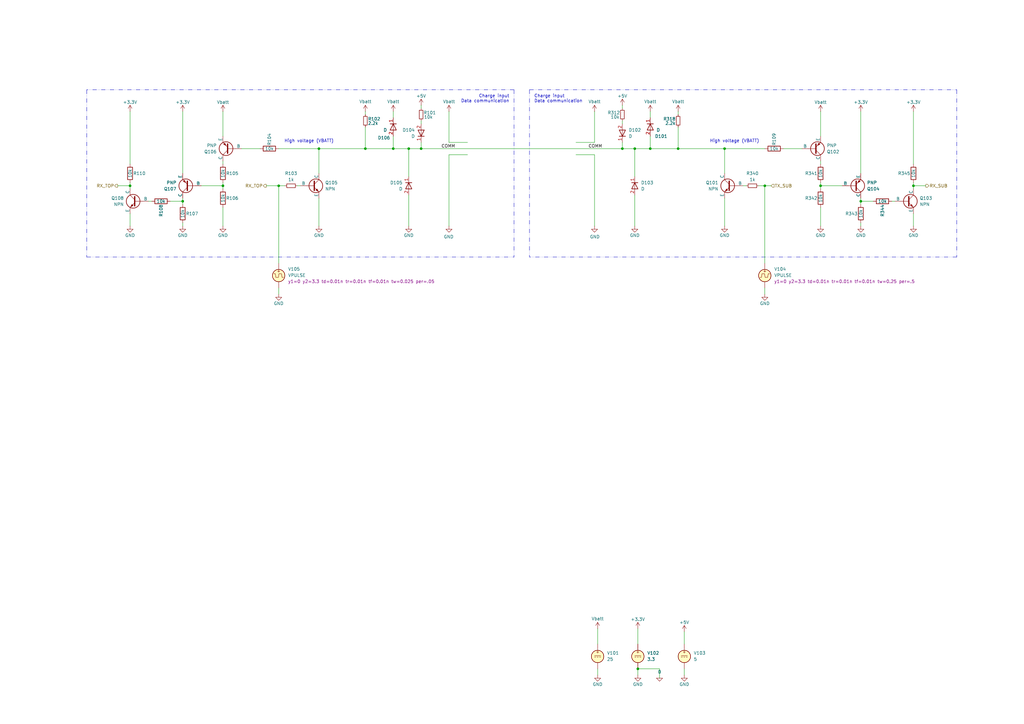
<source format=kicad_sch>
(kicad_sch (version 20250114) (generator "eeschema") (generator_version "9.0")
  (paper "A3")
  (lib_symbols
    (symbol "+3.3V_1" (power) (pin_numbers (hide yes)) (pin_names (offset 0) (hide yes))
      (property "Value" "+3.3V" (at 0 3.556 0))
      (symbol "+3.3V_1_0_1"
        (polyline (pts (xy -0.762 1.27) (xy 0 2.54)))
        (polyline (pts (xy 0 2.54) (xy 0.762 1.27)))
        (polyline (pts (xy 0 0) (xy 0 2.54)))
      )
      (symbol "+3.3V_1_1_1"
        (pin power_in line (at 0 0 90) (length 0) (name "~") (number "1"))
      )
    )
    (symbol "Device:R" (pin_numbers (hide yes)) (pin_names (offset 0))
      (property "Reference" "R" (at 2.032 0 90))
      (property "Value" "R" (at 0 0 90))
      (symbol "R_0_1"
        (rectangle (start -1.016 -2.54) (end 1.016 2.54) (stroke (width 0.254)))
      )
      (symbol "R_1_1"
        (pin passive line (at 0 3.81 270) (length 1.27) (name "~") (number "1"))
        (pin passive line (at 0 -3.81 90) (length 1.27) (name "~") (number "2"))
      )
    )
    (symbol "Device:R_Small" (pin_numbers (hide yes)) (pin_names (offset 0.254) (hide yes))
      (property "Reference" "R" (at 0.762 0.508 0))
      (property "Value" "R_Small" (at 0.762 -1.016 0))
      (symbol "R_Small_0_1"
        (rectangle (start -0.762 1.778) (end 0.762 -1.778) (stroke (width 0.2032)))
      )
      (symbol "R_Small_1_1"
        (pin passive line (at 0 2.54 270) (length 0.762) (name "~") (number "1"))
        (pin passive line (at 0 -2.54 90) (length 0.762) (name "~") (number "2"))
      )
    )
    (symbol "Simulation_SPICE:0" (power) (pin_numbers (hide yes)) (pin_names (offset 0) (hide yes))
      (property "Value" "0" (at 0 -2.54 0))
      (symbol "0_0_1"
        (polyline (pts (xy -1.27 0) (xy 0 -1.27) (xy 1.27 0) (xy -1.27 0)))
      )
      (symbol "0_1_1"
        (pin power_in line (at 0 0 0) (length 0) (name "~") (number "1"))
      )
    )
    (symbol "Simulation_SPICE:D" (pin_names (offset 1.016) (hide yes))
      (property "Reference" "D" (at 0 2.54 0))
      (property "Value" "D" (at 0 -2.54 0))
      (symbol "D_0_1"
        (polyline (pts (xy -1.27 1.27) (xy -1.27 -1.27)) (stroke (width 0.254)))
        (polyline (pts (xy 1.27 1.27) (xy 1.27 -1.27) (xy -1.27 0) (xy 1.27 1.27)) (stroke (width 0.254)))
        (polyline (pts (xy 1.27 0) (xy -1.27 0)))
      )
      (symbol "D_1_1"
        (pin passive line (at -3.81 0 0) (length 2.54) (name "K") (number "1"))
        (pin passive line (at 3.81 0 180) (length 2.54) (name "A") (number "2"))
      )
    )
    (symbol "Simulation_SPICE:NPN" (pin_numbers (hide yes)) (pin_names (offset 0))
      (property "Reference" "Q" (at -2.54 7.62 0))
      (property "Value" "NPN" (at -2.54 5.08 0))
      (symbol "NPN_0_1"
        (polyline (pts (xy -2.54 0) (xy 0.635 0)) (stroke (width 0.1524)))
        (polyline (pts (xy 0.635 1.905) (xy 0.635 -1.905) (xy 0.635 -1.905)) (stroke (width 0.508)))
        (polyline (pts (xy 0.635 0.635) (xy 2.54 2.54)))
        (polyline (pts (xy 0.635 -0.635) (xy 2.54 -2.54) (xy 2.54 -2.54)))
        (circle (center 1.27 0) (radius 2.8194) (stroke (width 0.254)))
        (polyline (pts (xy 1.27 -1.778) (xy 1.778 -1.27) (xy 2.286 -2.286) (xy 1.27 -1.778) (xy 1.27 -1.778)) (fill (type outline)))
        (polyline (pts (xy 2.794 -1.27) (xy 2.794 -1.27)) (stroke (width 0.1524)))
        (polyline (pts (xy 2.794 -1.27) (xy 2.794 -1.27)) (stroke (width 0.1524)))
      )
      (symbol "NPN_1_1"
        (pin input line (at -5.08 0 0) (length 2.54) (name "B") (number "2"))
        (pin open_collector line (at 2.54 5.08 270) (length 2.54) (name "C") (number "1"))
        (pin open_emitter line (at 2.54 -5.08 90) (length 2.54) (name "E") (number "3"))
      )
    )
    (symbol "Simulation_SPICE:PNP" (pin_numbers (hide yes)) (pin_names (offset 0))
      (property "Reference" "Q" (at -2.54 7.62 0))
      (property "Value" "PNP" (at -2.54 5.08 0))
      (symbol "PNP_0_1"
        (polyline (pts (xy -2.54 0) (xy 0.635 0)) (stroke (width 0.1524)))
        (polyline (pts (xy 0.635 1.905) (xy 0.635 -1.905) (xy 0.635 -1.905)) (stroke (width 0.508)))
        (polyline (pts (xy 0.635 0.635) (xy 2.54 2.54)))
        (polyline (pts (xy 0.635 -0.635) (xy 2.54 -2.54) (xy 2.54 -2.54)))
        (circle (center 1.27 0) (radius 2.8194) (stroke (width 0.254)))
        (polyline (pts (xy 2.286 -1.778) (xy 1.778 -2.286) (xy 1.27 -1.27) (xy 2.286 -1.778) (xy 2.286 -1.778)) (fill (type outline)))
      )
      (symbol "PNP_1_1"
        (pin input line (at -5.08 0 0) (length 2.54) (name "B") (number "2"))
        (pin open_collector line (at 2.54 5.08 270) (length 2.54) (name "C") (number "1"))
        (pin open_emitter line (at 2.54 -5.08 90) (length 2.54) (name "E") (number "3"))
      )
    )
    (symbol "Simulation_SPICE:VDC" (pin_numbers (hide yes)) (pin_names (offset 0.0254))
      (property "Reference" "V" (at 2.54 2.54 0))
      (property "Value" "1" (at 2.54 0 0))
      (symbol "VDC_0_0"
        (polyline (pts (xy -1.27 0.254) (xy 1.27 0.254)))
        (polyline (pts (xy -0.762 -0.254) (xy -1.27 -0.254)))
        (polyline (pts (xy 0.254 -0.254) (xy -0.254 -0.254)))
        (polyline (pts (xy 1.27 -0.254) (xy 0.762 -0.254)))
        (text "+" (at 0 1.905 0) (effects (font (size 1.27 1.27))))
      )
      (symbol "VDC_0_1"
        (circle (center 0 0) (radius 2.54) (stroke (width 0.254)) (fill (type background)))
      )
      (symbol "VDC_1_1"
        (pin passive line (at 0 5.08 270) (length 2.54) (name "~") (number "1"))
        (pin passive line (at 0 -5.08 90) (length 2.54) (name "~") (number "2"))
      )
    )
    (symbol "Simulation_SPICE:VPULSE" (pin_numbers (hide yes)) (pin_names (offset 0.0254))
      (property "Reference" "V" (at 2.54 2.54 0))
      (property "Value" "VPULSE" (at 2.54 0 0))
      (property "Sim.Params" "y1=0 y2=1 td=2n tr=2n tf=2n tw=50n per=100n" (at 2.54 -2.54 0))
      (symbol "VPULSE_0_0"
        (polyline (pts (xy -2.032 -0.762) (xy -1.397 -0.762) (xy -1.143 0.762) (xy -0.127 0.762) (xy 0.127 -0.762) (xy 1.143 -0.762) (xy 1.397 0.762) (xy 2.032 0.762)))
        (text "+" (at 0 1.905 0) (effects (font (size 1.27 1.27))))
      )
      (symbol "VPULSE_0_1"
        (circle (center 0 0) (radius 2.54) (stroke (width 0.254)) (fill (type background)))
      )
      (symbol "VPULSE_1_1"
        (pin passive line (at 0 5.08 270) (length 2.54) (name "~") (number "1"))
        (pin passive line (at 0 -5.08 90) (length 2.54) (name "~") (number "2"))
      )
    )
    (symbol "power:+3.3V" (power) (pin_names (offset 0))
      (property "Value" "+3.3V" (at 0 3.556 0))
      (symbol "+3.3V_0_1"
        (polyline (pts (xy -0.762 1.27) (xy 0 2.54)))
        (polyline (pts (xy 0 2.54) (xy 0.762 1.27)))
        (polyline (pts (xy 0 0) (xy 0 2.54)))
      )
      (symbol "+3.3V_1_1"
        (pin power_in line (at 0 0 90) (length 0) (hide yes) (name "+3.3V") (number "1"))
      )
    )
    (symbol "power:GND" (power) (pin_names (offset 0))
      (property "Value" "GND" (at 0 -3.81 0))
      (symbol "GND_0_1"
        (polyline (pts (xy 0 0) (xy 0 -1.27) (xy 1.27 -1.27) (xy 0 -2.54) (xy -1.27 -1.27) (xy 0 -1.27)))
      )
      (symbol "GND_1_1"
        (pin power_in line (at 0 0 270) (length 0) (hide yes) (name "GND") (number "1"))
      )
    )
  )
  (text "Charge input\nData communication" (at 208.915 38.735 0) (effects (font (size 1.27 1.27)) (justify right top)))
  (text "High voltage (VBATT)" (at 301.244 57.912 0) (effects (font (size 1.27 1.27))))
  (text "High voltage (VBATT)" (at 126.746 57.912 0) (effects (font (size 1.27 1.27))))
  (text "Charge input\nData communication" (at 219.075 38.735 0) (effects (font (size 1.27 1.27)) (justify left top)))
  (junction (at 172.72 60.96))
  (junction (at 278.13 60.96))
  (junction (at 74.93 82.55))
  (junction (at 114.3 76.2))
  (junction (at 261.62 274.32))
  (junction (at 313.69 76.2))
  (junction (at 353.06 82.55))
  (junction (at 374.65 76.2))
  (junction (at 167.64 60.96))
  (junction (at 255.27 60.96))
  (junction (at 266.7 60.96))
  (junction (at 91.44 76.2))
  (junction (at 297.18 60.96))
  (junction (at 130.81 60.96))
  (junction (at 260.35 60.96))
  (junction (at 53.34 76.2))
  (junction (at 336.55 76.2))
  (junction (at 149.86 60.96))
  (junction (at 161.29 60.96))
  (wire (pts (xy 278.13 45.72) (xy 278.13 46.99)))
  (wire (pts (xy 336.55 85.09) (xy 336.55 92.71)))
  (wire (pts (xy 313.69 76.2) (xy 316.23 76.2)))
  (wire (pts (xy 130.81 92.71) (xy 130.81 81.28)))
  (wire (pts (xy 62.23 82.55) (xy 60.96 82.55)))
  (wire (pts (xy 161.29 60.96) (xy 149.86 60.96)))
  (wire (pts (xy 236.22 63.5) (xy 243.84 63.5)))
  (wire (pts (xy 297.18 60.96) (xy 297.18 71.12)))
  (wire (pts (xy 161.29 45.72) (xy 161.29 48.26)))
  (wire (pts (xy 172.72 60.96) (xy 167.64 60.96)))
  (polyline (pts (xy 392.43 105.41) (xy 217.17 105.41)) (stroke (width 0) (type dash_dot_dot)))
  (polyline (pts (xy 210.82 36.83) (xy 210.82 105.41)) (stroke (width 0) (type dash_dot_dot)))
  (wire (pts (xy 353.06 82.55) (xy 358.14 82.55)))
  (wire (pts (xy 130.81 60.96) (xy 114.3 60.96)))
  (polyline (pts (xy 217.17 36.83) (xy 217.17 105.41)) (stroke (width 0) (type dash_dot_dot)))
  (wire (pts (xy 116.84 76.2) (xy 114.3 76.2)))
  (wire (pts (xy 243.84 63.5) (xy 243.84 92.71)))
  (polyline (pts (xy 217.17 36.83) (xy 392.43 36.83)) (stroke (width 0) (type dash_dot_dot)))
  (wire (pts (xy 167.64 60.96) (xy 161.29 60.96)))
  (wire (pts (xy 53.34 77.47) (xy 53.34 76.2)))
  (wire (pts (xy 172.72 60.96) (xy 255.27 60.96)))
  (wire (pts (xy 184.15 63.5) (xy 184.15 92.71)))
  (wire (pts (xy 91.44 76.2) (xy 91.44 77.47)))
  (wire (pts (xy 304.8 76.2) (xy 306.07 76.2)))
  (wire (pts (xy 99.06 60.96) (xy 106.68 60.96)))
  (wire (pts (xy 91.44 85.09) (xy 91.44 92.71)))
  (wire (pts (xy 91.44 66.04) (xy 91.44 67.31)))
  (wire (pts (xy 130.81 60.96) (xy 130.81 71.12)))
  (wire (pts (xy 91.44 76.2) (xy 82.55 76.2)))
  (wire (pts (xy 74.93 92.71) (xy 74.93 91.44)))
  (wire (pts (xy 149.86 60.96) (xy 130.81 60.96)))
  (wire (pts (xy 336.55 74.93) (xy 336.55 76.2)))
  (wire (pts (xy 260.35 60.96) (xy 260.35 72.39)))
  (wire (pts (xy 172.72 43.18) (xy 172.72 44.45)))
  (wire (pts (xy 255.27 49.53) (xy 255.27 50.8)))
  (wire (pts (xy 336.55 76.2) (xy 345.44 76.2)))
  (wire (pts (xy 266.7 55.88) (xy 266.7 60.96)))
  (wire (pts (xy 374.65 45.72) (xy 374.65 67.31)))
  (wire (pts (xy 167.64 60.96) (xy 167.64 72.39)))
  (wire (pts (xy 261.62 274.32) (xy 270.51 274.32)))
  (wire (pts (xy 353.06 45.72) (xy 353.06 71.12)))
  (wire (pts (xy 74.93 82.55) (xy 69.85 82.55)))
  (wire (pts (xy 167.64 80.01) (xy 167.64 92.71)))
  (wire (pts (xy 353.06 81.28) (xy 353.06 82.55)))
  (wire (pts (xy 311.15 76.2) (xy 313.69 76.2)))
  (wire (pts (xy 123.19 76.2) (xy 121.92 76.2)))
  (wire (pts (xy 313.69 76.2) (xy 313.69 107.95)))
  (wire (pts (xy 365.76 82.55) (xy 367.03 82.55)))
  (wire (pts (xy 172.72 58.42) (xy 172.72 60.96)))
  (wire (pts (xy 297.18 92.71) (xy 297.18 81.28)))
  (wire (pts (xy 91.44 45.72) (xy 91.44 55.88)))
  (wire (pts (xy 149.86 52.07) (xy 149.86 60.96)))
  (wire (pts (xy 270.51 274.32) (xy 270.51 278.13)))
  (polyline (pts (xy 35.56 36.83) (xy 35.56 105.41)) (stroke (width 0) (type dash_dot_dot)))
  (wire (pts (xy 91.44 74.93) (xy 91.44 76.2)))
  (wire (pts (xy 266.7 45.72) (xy 266.7 48.26)))
  (wire (pts (xy 280.67 276.86) (xy 280.67 274.32)))
  (wire (pts (xy 184.15 45.72) (xy 184.15 58.42)))
  (wire (pts (xy 255.27 58.42) (xy 255.27 60.96)))
  (wire (pts (xy 255.27 43.18) (xy 255.27 44.45)))
  (wire (pts (xy 149.86 45.72) (xy 149.86 46.99)))
  (wire (pts (xy 278.13 52.07) (xy 278.13 60.96)))
  (wire (pts (xy 53.34 87.63) (xy 53.34 92.71)))
  (wire (pts (xy 336.55 45.72) (xy 336.55 55.88)))
  (wire (pts (xy 74.93 45.72) (xy 74.93 71.12)))
  (wire (pts (xy 353.06 92.71) (xy 353.06 91.44)))
  (wire (pts (xy 74.93 81.28) (xy 74.93 82.55)))
  (wire (pts (xy 53.34 76.2) (xy 48.26 76.2)))
  (wire (pts (xy 245.11 257.81) (xy 245.11 264.16)))
  (wire (pts (xy 191.77 63.5) (xy 184.15 63.5)))
  (wire (pts (xy 297.18 60.96) (xy 313.69 60.96)))
  (wire (pts (xy 172.72 49.53) (xy 172.72 50.8)))
  (wire (pts (xy 114.3 76.2) (xy 114.3 107.95)))
  (polyline (pts (xy 392.43 36.83) (xy 392.43 105.41)) (stroke (width 0) (type dash_dot_dot)))
  (wire (pts (xy 161.29 55.88) (xy 161.29 60.96)))
  (polyline (pts (xy 210.82 36.83) (xy 35.56 36.83)) (stroke (width 0) (type dash_dot_dot)))
  (wire (pts (xy 261.62 257.81) (xy 261.62 264.16)))
  (wire (pts (xy 53.34 45.72) (xy 53.34 67.31)))
  (wire (pts (xy 321.31 60.96) (xy 328.93 60.96)))
  (wire (pts (xy 260.35 60.96) (xy 266.7 60.96)))
  (wire (pts (xy 74.93 83.82) (xy 74.93 82.55)))
  (wire (pts (xy 243.84 45.72) (xy 243.84 58.42)))
  (wire (pts (xy 245.11 276.86) (xy 245.11 274.32)))
  (wire (pts (xy 278.13 60.96) (xy 297.18 60.96)))
  (wire (pts (xy 336.55 76.2) (xy 336.55 77.47)))
  (wire (pts (xy 374.65 74.93) (xy 374.65 76.2)))
  (wire (pts (xy 374.65 76.2) (xy 379.73 76.2)))
  (polyline (pts (xy 35.56 105.41) (xy 210.82 105.41)) (stroke (width 0) (type dash_dot_dot)))
  (wire (pts (xy 260.35 80.01) (xy 260.35 92.71)))
  (wire (pts (xy 243.84 58.42) (xy 236.22 58.42)))
  (wire (pts (xy 261.62 276.86) (xy 261.62 274.32)))
  (wire (pts (xy 266.7 60.96) (xy 278.13 60.96)))
  (wire (pts (xy 336.55 66.04) (xy 336.55 67.31)))
  (wire (pts (xy 255.27 60.96) (xy 260.35 60.96)))
  (wire (pts (xy 374.65 77.47) (xy 374.65 76.2)))
  (wire (pts (xy 184.15 58.42) (xy 191.77 58.42)))
  (wire (pts (xy 374.65 87.63) (xy 374.65 92.71)))
  (wire (pts (xy 114.3 118.11) (xy 114.3 120.65)))
  (wire (pts (xy 313.69 118.11) (xy 313.69 120.65)))
  (wire (pts (xy 53.34 74.93) (xy 53.34 76.2)))
  (wire (pts (xy 109.22 76.2) (xy 114.3 76.2)))
  (wire (pts (xy 353.06 83.82) (xy 353.06 82.55)))
  (wire (pts (xy 280.67 259.08) (xy 280.67 264.16)))
  (label "COMM" (at 186.69 60.96 180))
  (label "COMM" (at 241.3 60.96 0))
  (hierarchical_label "RX_SUB" (shape output) (at 379.73 76.2 0))
  (hierarchical_label "RX_TOP" (shape output) (at 109.22 76.2 180))
  (hierarchical_label "TX_SUB" (shape input) (at 316.23 76.2 0))
  (hierarchical_label "RX_TOP" (shape output) (at 48.26 76.2 180))
  (symbol (lib_id "Device:R") (at 66.04 82.55 90) (mirror x) (unit 1)
    (property "Reference" "R108" (at 66.04 83.82 0) (effects (justify left)))
    (property "Value" "10k" (at 66.04 82.55 90))
    (property "Footprint" "A_Device:R_0603" (effects (hide yes)))
    (property "Farnell" "2331736" (effects (hide yes)))
    (property "MF" "TE CONNECTIVITY" (effects (hide yes)))
    (property "MFN" "CRGH0603F10K" (effects (hide yes)))
    (property "LCSC" "C25804" (effects (hide yes)))
  )
  (symbol (lib_name "+3.3V_1") (lib_id "power:+3.3V") (at 91.44 45.72 0) (mirror y) (unit 1)
    (property "Reference" "#PWR0116" (effects (hide yes)))
    (property "Value" "Vbatt" (at 91.44 41.91 0))
    (property "Description" "Power symbol creates a global label with name \"+3.3V\"" (effects (hide yes)))
  )
  (symbol (lib_id "Simulation_SPICE:D") (at 161.29 52.07 90) (mirror x) (unit 1)
    (property "Reference" "D106" (at 160.02 56.515 90) (effects (justify left)))
    (property "Value" "D" (at 158.75 53.3399 90) (effects (justify left)))
    (property "Datasheet" "https://ngspice.sourceforge.io/docs/ngspice-html-manual/manual.xhtml#cha_DIODEs" (effects (hide yes)))
    (property "Description" "Diode for simulation or PCB" (effects (hide yes)))
    (property "Sim.Device" "D" (effects (hide yes)))
    (property "Sim.Pins" "1=K 2=A" (effects (hide yes)))
    (property "Sim.Params" "rs=50m cjo=10p" (effects (hide yes)))
  )
  (symbol (lib_id "power:+3.3V") (at 53.34 45.72 0) (mirror y) (unit 1)
    (property "Reference" "#PWR0120" (effects (hide yes)))
    (property "Value" "+3.3V" (at 53.34 41.91 0))
  )
  (symbol (lib_name "+3.3V_1") (lib_id "power:+3.3V") (at 149.86 45.72 0) (unit 1)
    (property "Reference" "#PWR0113" (effects (hide yes)))
    (property "Value" "Vbatt" (at 149.86 41.656 0))
    (property "Description" "Power symbol creates a global label with name \"+3.3V\"" (effects (hide yes)))
  )
  (symbol (lib_id "power:GND") (at 167.64 92.71 0) (mirror y) (unit 1)
    (property "Reference" "#PWR0111" (effects (hide yes)))
    (property "Value" "GND" (at 167.64 96.52 0))
  )
  (symbol (lib_id "power:GND") (at 374.65 92.71 0) (unit 1)
    (property "Reference" "#PWR0142" (effects (hide yes)))
    (property "Value" "GND" (at 374.65 96.52 0))
  )
  (symbol (lib_id "Simulation_SPICE:PNP") (at 350.52 76.2 0) (mirror x) (unit 1)
    (property "Reference" "Q104" (at 355.6 77.4701 0) (effects (justify left)))
    (property "Value" "PNP" (at 355.6 74.9301 0) (effects (justify left)))
    (property "Datasheet" "https://ngspice.sourceforge.io/docs/ngspice-html-manual/manual.xhtml#cha_BJTs" (effects (hide yes)))
    (property "Description" "Bipolar transistor symbol for simulation only, substrate tied to the emitter" (effects (hide yes)))
    (property "Sim.Device" "PNP" (effects (hide yes)))
    (property "Sim.Type" "GUMMELPOON" (effects (hide yes)))
    (property "Sim.Pins" "1=C 2=B 3=E" (effects (hide yes)))
  )
  (symbol (lib_id "Device:R") (at 91.44 81.28 0) (mirror x) (unit 1)
    (property "Reference" "R106" (at 92.71 81.28 0) (effects (justify left)))
    (property "Value" "10k" (at 91.44 81.28 90))
    (property "Footprint" "A_Device:R_0603" (effects (hide yes)))
    (property "Farnell" "2331736" (effects (hide yes)))
    (property "MF" "TE CONNECTIVITY" (effects (hide yes)))
    (property "MFN" "CRGH0603F10K" (effects (hide yes)))
    (property "LCSC" "C25804" (effects (hide yes)))
  )
  (symbol (lib_id "Simulation_SPICE:D") (at 167.64 76.2 90) (mirror x) (unit 1)
    (property "Reference" "D105" (at 165.1 74.9299 90) (effects (justify left)))
    (property "Value" "D" (at 165.1 77.4699 90) (effects (justify left)))
    (property "Datasheet" "https://ngspice.sourceforge.io/docs/ngspice-html-manual/manual.xhtml#cha_DIODEs" (effects (hide yes)))
    (property "Description" "Diode for simulation or PCB" (effects (hide yes)))
    (property "Sim.Device" "D" (effects (hide yes)))
    (property "Sim.Pins" "1=K 2=A" (effects (hide yes)))
    (property "Sim.Params" "rs=50m cjo=10p" (effects (hide yes)))
  )
  (symbol (lib_id "Simulation_SPICE:D") (at 266.7 52.07 270) (unit 1)
    (property "Reference" "D101" (at 268.605 55.88 90) (effects (justify left)))
    (property "Value" "D" (at 269.24 53.3399 90) (effects (justify left)))
    (property "Datasheet" "https://ngspice.sourceforge.io/docs/ngspice-html-manual/manual.xhtml#cha_DIODEs" (effects (hide yes)))
    (property "Description" "Diode for simulation or PCB" (effects (hide yes)))
    (property "Sim.Device" "D" (effects (hide yes)))
    (property "Sim.Pins" "1=K 2=A" (effects (hide yes)))
    (property "Sim.Params" "rs=50m cjo=10p" (effects (hide yes)))
  )
  (symbol (lib_id "Simulation_SPICE:PNP") (at 77.47 76.2 180) (unit 1)
    (property "Reference" "Q107" (at 72.39 77.4701 0) (effects (justify left)))
    (property "Value" "PNP" (at 72.39 74.9301 0) (effects (justify left)))
    (property "Datasheet" "https://ngspice.sourceforge.io/docs/ngspice-html-manual/manual.xhtml#cha_BJTs" (effects (hide yes)))
    (property "Description" "Bipolar transistor symbol for simulation only, substrate tied to the emitter" (effects (hide yes)))
    (property "Sim.Device" "PNP" (effects (hide yes)))
    (property "Sim.Type" "GUMMELPOON" (effects (hide yes)))
    (property "Sim.Pins" "1=C 2=B 3=E" (effects (hide yes)))
  )
  (symbol (lib_id "power:+3.3V") (at 74.93 45.72 0) (mirror y) (unit 1)
    (property "Reference" "#PWR0118" (effects (hide yes)))
    (property "Value" "+3.3V" (at 74.93 41.91 0))
  )
  (symbol (lib_id "Device:R") (at 53.34 71.12 0) (mirror x) (unit 1)
    (property "Reference" "R110" (at 54.61 71.12 0) (effects (justify left)))
    (property "Value" "10k" (at 53.34 71.12 90))
    (property "Footprint" "A_Device:R_0603" (effects (hide yes)))
    (property "Farnell" "2331736" (effects (hide yes)))
    (property "MF" "TE CONNECTIVITY" (effects (hide yes)))
    (property "MFN" "CRGH0603F10K" (effects (hide yes)))
    (property "LCSC" "C25804" (effects (hide yes)))
  )
  (symbol (lib_id "Simulation_SPICE:NPN") (at 55.88 82.55 0) (mirror y) (unit 1)
    (property "Reference" "Q108" (at 50.8 81.2799 0) (effects (justify left)))
    (property "Value" "NPN" (at 50.8 83.8199 0) (effects (justify left)))
    (property "Datasheet" "https://ngspice.sourceforge.io/docs/ngspice-html-manual/manual.xhtml#cha_BJTs" (effects (hide yes)))
    (property "Description" "Bipolar transistor symbol for simulation only, substrate tied to the emitter" (effects (hide yes)))
    (property "Sim.Device" "NPN" (effects (hide yes)))
    (property "Sim.Type" "GUMMELPOON" (effects (hide yes)))
    (property "Sim.Pins" "1=C 2=B 3=E" (effects (hide yes)))
  )
  (symbol (lib_name "+3.3V_1") (lib_id "power:+3.3V") (at 278.13 45.72 0) (mirror y) (unit 1)
    (property "Reference" "#PWR0313" (effects (hide yes)))
    (property "Value" "Vbatt" (at 278.13 41.656 0))
    (property "Description" "Power symbol creates a global label with name \"+3.3V\"" (effects (hide yes)))
  )
  (symbol (lib_id "power:+3.3V") (at 261.62 257.81 0) (unit 1)
    (property "Reference" "#PWR0104" (effects (hide yes)))
    (property "Value" "+3.3V" (at 261.62 254 0))
  )
  (symbol (lib_id "Device:R") (at 91.44 71.12 0) (mirror x) (unit 1)
    (property "Reference" "R105" (at 92.71 71.12 0) (effects (justify left)))
    (property "Value" "10k" (at 91.44 71.12 90))
    (property "Footprint" "A_Device:R_0603" (effects (hide yes)))
    (property "Farnell" "2331736" (effects (hide yes)))
    (property "MF" "TE CONNECTIVITY" (effects (hide yes)))
    (property "MFN" "CRGH0603F10K" (effects (hide yes)))
    (property "LCSC" "C25804" (effects (hide yes)))
  )
  (symbol (lib_id "Simulation_SPICE:VDC") (at 280.67 269.24 0) (unit 1)
    (property "Reference" "V103" (at 284.48 267.8401 0) (effects (justify left)))
    (property "Value" "5" (at 284.48 270.3801 0) (effects (justify left)))
    (property "Datasheet" "https://ngspice.sourceforge.io/docs/ngspice-html-manual/manual.xhtml#sec_Independent_Sources_for" (effects (hide yes)))
    (property "Description" "Voltage source, DC" (effects (hide yes)))
    (property "Sim.Pins" "1=+ 2=-" (effects (hide yes)))
    (property "Sim.Type" "DC" (effects (hide yes)))
    (property "Sim.Device" "V" (effects (hide yes)))
  )
  (symbol (lib_id "Simulation_SPICE:VDC") (at 261.62 269.24 0) (unit 1)
    (property "Reference" "V102" (at 265.43 267.8401 0) (effects (justify left)))
    (property "Value" "3.3" (at 265.43 270.3801 0) (effects (justify left)))
    (property "Datasheet" "https://ngspice.sourceforge.io/docs/ngspice-html-manual/manual.xhtml#sec_Independent_Sources_for" (effects (hide yes)))
    (property "Description" "Voltage source, DC" (effects (hide yes)))
    (property "Sim.Pins" "1=+ 2=-" (effects (hide yes)))
    (property "Sim.Type" "DC" (effects (hide yes)))
    (property "Sim.Device" "V" (effects (hide yes)))
  )
  (symbol (lib_id "Simulation_SPICE:VDC") (at 245.11 269.24 0) (unit 1)
    (property "Reference" "V101" (at 248.92 267.8401 0) (effects (justify left)))
    (property "Value" "25" (at 248.92 270.3801 0) (effects (justify left)))
    (property "Datasheet" "https://ngspice.sourceforge.io/docs/ngspice-html-manual/manual.xhtml#sec_Independent_Sources_for" (effects (hide yes)))
    (property "Description" "Voltage source, DC" (effects (hide yes)))
    (property "Sim.Pins" "1=+ 2=-" (effects (hide yes)))
    (property "Sim.Type" "DC" (effects (hide yes)))
    (property "Sim.Device" "V" (effects (hide yes)))
  )
  (symbol (lib_id "power:+3.3V") (at 353.06 45.72 0) (unit 1)
    (property "Reference" "#PWR0327" (effects (hide yes)))
    (property "Value" "+3.3V" (at 353.06 41.91 0))
  )
  (symbol (lib_id "Simulation_SPICE:VPULSE") (at 114.3 113.03 0) (mirror y) (unit 1)
    (property "Reference" "V105" (at 118.11 110.3601 0) (effects (justify right)))
    (property "Value" "VPULSE" (at 118.11 112.9001 0) (effects (justify right)))
    (property "Datasheet" "https://ngspice.sourceforge.io/docs/ngspice-html-manual/manual.xhtml#sec_Independent_Sources_for" (effects (hide yes)))
    (property "Description" "Voltage source, pulse" (effects (hide yes)))
    (property "Sim.Pins" "1=+ 2=-" (effects (hide yes)))
    (property "Sim.Type" "PULSE" (effects (hide yes)))
    (property "Sim.Device" "V" (effects (hide yes)))
    (property "Sim.Params" "y1=0 y2=3.3 td=0.01n tr=0.01n tf=0.01n tw=0.025 per=.05" (at 118.11 115.4401 0) (effects (justify right)))
  )
  (symbol (lib_id "power:GND") (at 336.55 92.71 0) (unit 1)
    (property "Reference" "#PWR0325" (effects (hide yes)))
    (property "Value" "GND" (at 336.55 96.52 0))
  )
  (symbol (lib_id "power:GND") (at 74.93 92.71 0) (mirror y) (unit 1)
    (property "Reference" "#PWR0119" (effects (hide yes)))
    (property "Value" "GND" (at 74.93 96.52 0))
  )
  (symbol (lib_id "Simulation_SPICE:NPN") (at 299.72 76.2 0) (mirror y) (unit 1)
    (property "Reference" "Q101" (at 294.64 74.9299 0) (effects (justify left)))
    (property "Value" "NPN" (at 294.64 77.4699 0) (effects (justify left)))
    (property "Datasheet" "https://ngspice.sourceforge.io/docs/ngspice-html-manual/manual.xhtml#cha_BJTs" (effects (hide yes)))
    (property "Description" "Bipolar transistor symbol for simulation only, substrate tied to the emitter" (effects (hide yes)))
    (property "Sim.Device" "NPN" (effects (hide yes)))
    (property "Sim.Type" "GUMMELPOON" (effects (hide yes)))
    (property "Sim.Pins" "1=C 2=B 3=E" (effects (hide yes)))
  )
  (symbol (lib_name "+3.3V_1") (lib_id "power:+3.3V") (at 243.84 45.72 0) (unit 1)
    (property "Reference" "#PWR0303" (effects (hide yes)))
    (property "Value" "Vbatt" (at 243.84 41.656 0))
    (property "Description" "Power symbol creates a global label with name \"+3.3V\"" (effects (hide yes)))
  )
  (symbol (lib_id "Device:R") (at 336.55 81.28 180) (unit 1)
    (property "Reference" "R342" (at 335.28 81.28 0) (effects (justify left)))
    (property "Value" "10k" (at 336.55 81.28 90))
    (property "Footprint" "A_Device:R_0603" (effects (hide yes)))
    (property "Farnell" "2331736" (effects (hide yes)))
    (property "MF" "TE CONNECTIVITY" (effects (hide yes)))
    (property "MFN" "CRGH0603F10K" (effects (hide yes)))
    (property "LCSC" "C25804" (effects (hide yes)))
  )
  (symbol (lib_id "power:GND") (at 353.06 92.71 0) (unit 1)
    (property "Reference" "#PWR0330" (effects (hide yes)))
    (property "Value" "GND" (at 353.06 96.52 0))
  )
  (symbol (lib_id "power:GND") (at 313.69 120.65 0) (unit 1)
    (property "Reference" "#PWR0105" (effects (hide yes)))
    (property "Value" "GND" (at 313.69 124.46 0))
  )
  (symbol (lib_id "Simulation_SPICE:VPULSE") (at 313.69 113.03 0) (unit 1)
    (property "Reference" "V104" (at 317.5 110.3601 0) (effects (justify left)))
    (property "Value" "VPULSE" (at 317.5 112.9001 0) (effects (justify left)))
    (property "Datasheet" "https://ngspice.sourceforge.io/docs/ngspice-html-manual/manual.xhtml#sec_Independent_Sources_for" (effects (hide yes)))
    (property "Description" "Voltage source, pulse" (effects (hide yes)))
    (property "Sim.Pins" "1=+ 2=-" (effects (hide yes)))
    (property "Sim.Type" "PULSE" (effects (hide yes)))
    (property "Sim.Device" "V" (effects (hide yes)))
    (property "Sim.Params" "y1=0 y2=3.3 td=0.01n tr=0.01n tf=0.01n tw=0.25 per=.5" (at 317.5 115.4401 0) (effects (justify left)))
  )
  (symbol (lib_id "power:GND") (at 114.3 120.65 0) (mirror y) (unit 1)
    (property "Reference" "#PWR0115" (effects (hide yes)))
    (property "Value" "GND" (at 114.3 124.46 0))
  )
  (symbol (lib_id "Device:R") (at 336.55 71.12 180) (unit 1)
    (property "Reference" "R341" (at 335.28 71.12 0) (effects (justify left)))
    (property "Value" "10k" (at 336.55 71.12 90))
    (property "Footprint" "A_Device:R_0603" (effects (hide yes)))
    (property "Farnell" "2331736" (effects (hide yes)))
    (property "MF" "TE CONNECTIVITY" (effects (hide yes)))
    (property "MFN" "CRGH0603F10K" (effects (hide yes)))
    (property "LCSC" "C25804" (effects (hide yes)))
  )
  (symbol (lib_id "power:GND") (at 297.18 92.71 0) (unit 1)
    (property "Reference" "#PWR0141" (effects (hide yes)))
    (property "Value" "GND" (at 297.18 96.52 0))
  )
  (symbol (lib_id "Simulation_SPICE:NPN") (at 128.27 76.2 0) (unit 1)
    (property "Reference" "Q105" (at 133.35 74.9299 0) (effects (justify left)))
    (property "Value" "NPN" (at 133.35 77.4699 0) (effects (justify left)))
    (property "Datasheet" "https://ngspice.sourceforge.io/docs/ngspice-html-manual/manual.xhtml#cha_BJTs" (effects (hide yes)))
    (property "Description" "Bipolar transistor symbol for simulation only, substrate tied to the emitter" (effects (hide yes)))
    (property "Sim.Device" "NPN" (effects (hide yes)))
    (property "Sim.Type" "GUMMELPOON" (effects (hide yes)))
    (property "Sim.Pins" "1=C 2=B 3=E" (effects (hide yes)))
  )
  (symbol (lib_name "+3.3V_1") (lib_id "power:+3.3V") (at 172.72 43.18 0) (unit 1)
    (property "Reference" "#PWR0110" (effects (hide yes)))
    (property "Value" "+5V" (at 170.688 39.37 0) (effects (justify left)))
    (property "Description" "Power symbol creates a global label with name \"+3.3V\"" (effects (hide yes)))
  )
  (symbol (lib_id "Simulation_SPICE:D") (at 260.35 76.2 270) (unit 1)
    (property "Reference" "D103" (at 262.89 74.9299 90) (effects (justify left)))
    (property "Value" "D" (at 262.89 77.4699 90) (effects (justify left)))
    (property "Datasheet" "https://ngspice.sourceforge.io/docs/ngspice-html-manual/manual.xhtml#cha_DIODEs" (effects (hide yes)))
    (property "Description" "Diode for simulation or PCB" (effects (hide yes)))
    (property "Sim.Device" "D" (effects (hide yes)))
    (property "Sim.Pins" "1=K 2=A" (effects (hide yes)))
    (property "Sim.Params" "rs=50m cjo=10p" (effects (hide yes)))
  )
  (symbol (lib_id "Device:R_Small") (at 278.13 49.53 0) (mirror y) (unit 1)
    (property "Reference" "R318" (at 277.114 48.768 0) (effects (justify left)))
    (property "Value" "2.2k" (at 277.114 50.546 0) (effects (justify left)))
    (property "Footprint" "A_Device:R_0603" (effects (hide yes)))
    (property "LCSC" "C4190" (effects (hide yes)))
  )
  (symbol (lib_id "power:GND") (at 184.15 92.71 0) (mirror y) (unit 1)
    (property "Reference" "#PWR0109" (effects (hide yes)))
    (property "Value" "GND" (at 184.023 97.1042 0))
  )
  (symbol (lib_name "+3.3V_1") (lib_id "power:+3.3V") (at 161.29 45.72 0) (unit 1)
    (property "Reference" "#PWR0112" (effects (hide yes)))
    (property "Value" "Vbatt" (at 161.29 41.656 0))
    (property "Description" "Power symbol creates a global label with name \"+3.3V\"" (effects (hide yes)))
  )
  (symbol (lib_id "Simulation_SPICE:0") (at 270.51 278.13 0) (unit 1)
    (property "Reference" "#GND0101" (effects (hide yes)))
    (property "Value" "0" (at 270.51 275.59 0))
    (property "Datasheet" "https://ngspice.sourceforge.io/docs/ngspice-html-manual/manual.xhtml#subsec_Circuit_elements__device" (effects (hide yes)))
    (property "Description" "0V reference potential for simulation" (effects (hide yes)))
  )
  (symbol (lib_id "Device:R") (at 74.93 87.63 0) (mirror x) (unit 1)
    (property "Reference" "R107" (at 76.2 87.63 0) (effects (justify left)))
    (property "Value" "10k" (at 74.93 87.63 90))
    (property "Footprint" "A_Device:R_0603" (effects (hide yes)))
    (property "Farnell" "2331736" (effects (hide yes)))
    (property "MF" "TE CONNECTIVITY" (effects (hide yes)))
    (property "MFN" "CRGH0603F10K" (effects (hide yes)))
    (property "LCSC" "C25804" (effects (hide yes)))
  )
  (symbol (lib_id "Device:R") (at 317.5 60.96 90) (unit 1)
    (property "Reference" "R109" (at 317.5 59.69 0) (effects (justify left)))
    (property "Value" "10k" (at 317.5 60.96 90))
    (property "Footprint" "A_Device:R_0603" (effects (hide yes)))
    (property "Farnell" "2331736" (effects (hide yes)))
    (property "MF" "TE CONNECTIVITY" (effects (hide yes)))
    (property "MFN" "CRGH0603F10K" (effects (hide yes)))
    (property "LCSC" "C25804" (effects (hide yes)))
  )
  (symbol (lib_id "power:GND") (at 260.35 92.71 0) (unit 1)
    (property "Reference" "#PWR0332" (effects (hide yes)))
    (property "Value" "GND" (at 260.35 96.52 0))
  )
  (symbol (lib_id "Simulation_SPICE:PNP") (at 334.01 60.96 0) (mirror x) (unit 1)
    (property "Reference" "Q102" (at 339.09 62.2301 0) (effects (justify left)))
    (property "Value" "PNP" (at 339.09 59.6901 0) (effects (justify left)))
    (property "Datasheet" "https://ngspice.sourceforge.io/docs/ngspice-html-manual/manual.xhtml#cha_BJTs" (effects (hide yes)))
    (property "Description" "Bipolar transistor symbol for simulation only, substrate tied to the emitter" (effects (hide yes)))
    (property "Sim.Device" "PNP" (effects (hide yes)))
    (property "Sim.Type" "GUMMELPOON" (effects (hide yes)))
    (property "Sim.Pins" "1=C 2=B 3=E" (effects (hide yes)))
  )
  (symbol (lib_name "+3.3V_1") (lib_id "power:+3.3V") (at 245.11 257.81 0) (mirror y) (unit 1)
    (property "Reference" "#PWR0102" (effects (hide yes)))
    (property "Value" "Vbatt" (at 245.11 253.746 0))
    (property "Description" "Power symbol creates a global label with name \"+3.3V\"" (effects (hide yes)))
  )
  (symbol (lib_id "Device:R") (at 353.06 87.63 180) (unit 1)
    (property "Reference" "R343" (at 351.79 87.63 0) (effects (justify left)))
    (property "Value" "10k" (at 353.06 87.63 90))
    (property "Footprint" "A_Device:R_0603" (effects (hide yes)))
    (property "Farnell" "2331736" (effects (hide yes)))
    (property "MF" "TE CONNECTIVITY" (effects (hide yes)))
    (property "MFN" "CRGH0603F10K" (effects (hide yes)))
    (property "LCSC" "C25804" (effects (hide yes)))
  )
  (symbol (lib_id "Device:R_Small") (at 119.38 76.2 270) (mirror x) (unit 1)
    (property "Reference" "R103" (at 119.38 71.12 90))
    (property "Value" "1k" (at 119.38 73.66 90))
    (property "Footprint" "A_Device:R_0603" (effects (hide yes)))
    (property "LCSC" "C21190" (effects (hide yes)))
  )
  (symbol (lib_id "Simulation_SPICE:NPN") (at 372.11 82.55 0) (unit 1)
    (property "Reference" "Q103" (at 377.19 81.2799 0) (effects (justify left)))
    (property "Value" "NPN" (at 377.19 83.8199 0) (effects (justify left)))
    (property "Datasheet" "https://ngspice.sourceforge.io/docs/ngspice-html-manual/manual.xhtml#cha_BJTs" (effects (hide yes)))
    (property "Description" "Bipolar transistor symbol for simulation only, substrate tied to the emitter" (effects (hide yes)))
    (property "Sim.Device" "NPN" (effects (hide yes)))
    (property "Sim.Type" "GUMMELPOON" (effects (hide yes)))
    (property "Sim.Pins" "1=C 2=B 3=E" (effects (hide yes)))
  )
  (symbol (lib_id "Device:R_Small") (at 149.86 49.53 0) (unit 1)
    (property "Reference" "R102" (at 150.876 48.768 0) (effects (justify left)))
    (property "Value" "2.2k" (at 150.876 50.546 0) (effects (justify left)))
    (property "Footprint" "A_Device:R_0603" (effects (hide yes)))
    (property "LCSC" "C4190" (effects (hide yes)))
  )
  (symbol (lib_id "Simulation_SPICE:D") (at 255.27 54.61 90) (unit 1)
    (property "Reference" "D102" (at 257.81 53.3399 90) (effects (justify right)))
    (property "Value" "D" (at 257.81 55.8799 90) (effects (justify right)))
    (property "Datasheet" "https://ngspice.sourceforge.io/docs/ngspice-html-manual/manual.xhtml#cha_DIODEs" (effects (hide yes)))
    (property "Description" "Diode for simulation or PCB" (effects (hide yes)))
    (property "Sim.Device" "D" (effects (hide yes)))
    (property "Sim.Pins" "1=K 2=A" (effects (hide yes)))
    (property "Sim.Params" "rs=50m cjo=10p" (effects (hide yes)))
  )
  (symbol (lib_name "+3.3V_1") (lib_id "power:+3.3V") (at 280.67 259.08 0) (mirror y) (unit 1)
    (property "Reference" "#PWR0106" (effects (hide yes)))
    (property "Value" "+5V" (at 282.702 255.27 0) (effects (justify left)))
    (property "Description" "Power symbol creates a global label with name \"+3.3V\"" (effects (hide yes)))
  )
  (symbol (lib_name "+3.3V_1") (lib_id "power:+3.3V") (at 266.7 45.72 0) (mirror y) (unit 1)
    (property "Reference" "#PWR0312" (effects (hide yes)))
    (property "Value" "Vbatt" (at 266.7 41.656 0))
    (property "Description" "Power symbol creates a global label with name \"+3.3V\"" (effects (hide yes)))
  )
  (symbol (lib_id "power:GND") (at 53.34 92.71 0) (mirror y) (unit 1)
    (property "Reference" "#PWR0121" (effects (hide yes)))
    (property "Value" "GND" (at 53.34 96.52 0))
  )
  (symbol (lib_name "+3.3V_1") (lib_id "power:+3.3V") (at 184.15 45.72 0) (mirror y) (unit 1)
    (property "Reference" "#PWR0108" (effects (hide yes)))
    (property "Value" "Vbatt" (at 184.15 41.656 0))
    (property "Description" "Power symbol creates a global label with name \"+3.3V\"" (effects (hide yes)))
  )
  (symbol (lib_id "Device:R_Small") (at 172.72 46.99 180) (unit 1)
    (property "Reference" "R101" (at 178.816 46.228 0) (effects (justify left)))
    (property "Value" "10k" (at 177.546 48.006 0) (effects (justify left)))
    (property "Footprint" "A_Device:R_0603" (effects (hide yes)))
    (property "Description" "Resistor, small symbol" (effects (hide yes)))
    (property "LCSC" "C25804" (effects (hide yes)))
  )
  (symbol (lib_id "Simulation_SPICE:D") (at 172.72 54.61 270) (mirror x) (unit 1)
    (property "Reference" "D104" (at 170.18 53.3399 90) (effects (justify right)))
    (property "Value" "D" (at 170.18 55.8799 90) (effects (justify right)))
    (property "Datasheet" "https://ngspice.sourceforge.io/docs/ngspice-html-manual/manual.xhtml#cha_DIODEs" (effects (hide yes)))
    (property "Description" "Diode for simulation or PCB" (effects (hide yes)))
    (property "Sim.Device" "D" (effects (hide yes)))
    (property "Sim.Pins" "1=K 2=A" (effects (hide yes)))
    (property "Sim.Params" "rs=50m cjo=10p" (effects (hide yes)))
  )
  (symbol (lib_id "Device:R") (at 361.95 82.55 270) (unit 1)
    (property "Reference" "R344" (at 361.95 83.82 0) (effects (justify left)))
    (property "Value" "10k" (at 361.95 82.55 90))
    (property "Footprint" "A_Device:R_0603" (effects (hide yes)))
    (property "Farnell" "2331736" (effects (hide yes)))
    (property "MF" "TE CONNECTIVITY" (effects (hide yes)))
    (property "MFN" "CRGH0603F10K" (effects (hide yes)))
    (property "LCSC" "C25804" (effects (hide yes)))
  )
  (symbol (lib_id "power:GND") (at 261.62 276.86 0) (unit 1)
    (property "Reference" "#PWR0103" (effects (hide yes)))
    (property "Value" "GND" (at 261.62 280.67 0))
  )
  (symbol (lib_id "Device:R_Small") (at 255.27 46.99 0) (mirror x) (unit 1)
    (property "Reference" "R312" (at 249.174 46.228 0) (effects (justify left)))
    (property "Value" "10k" (at 250.444 48.006 0) (effects (justify left)))
    (property "Footprint" "A_Device:R_0603" (effects (hide yes)))
    (property "Description" "Resistor, small symbol" (effects (hide yes)))
    (property "LCSC" "C25804" (effects (hide yes)))
  )
  (symbol (lib_id "power:GND") (at 245.11 276.86 0) (unit 1)
    (property "Reference" "#PWR0101" (effects (hide yes)))
    (property "Value" "GND" (at 245.11 280.67 0))
  )
  (symbol (lib_id "power:GND") (at 130.81 92.71 0) (mirror y) (unit 1)
    (property "Reference" "#PWR0114" (effects (hide yes)))
    (property "Value" "GND" (at 130.81 96.52 0))
  )
  (symbol (lib_name "+3.3V_1") (lib_id "power:+3.3V") (at 255.27 43.18 0) (mirror y) (unit 1)
    (property "Reference" "#PWR0311" (effects (hide yes)))
    (property "Value" "+5V" (at 257.302 39.37 0) (effects (justify left)))
    (property "Description" "Power symbol creates a global label with name \"+3.3V\"" (effects (hide yes)))
  )
  (symbol (lib_name "+3.3V_1") (lib_id "power:+3.3V") (at 336.55 45.72 0) (unit 1)
    (property "Reference" "#PWR0323" (effects (hide yes)))
    (property "Value" "Vbatt" (at 336.55 41.91 0))
    (property "Description" "Power symbol creates a global label with name \"+3.3V\"" (effects (hide yes)))
  )
  (symbol (lib_id "Simulation_SPICE:PNP") (at 93.98 60.96 180) (unit 1)
    (property "Reference" "Q106" (at 88.9 62.2301 0) (effects (justify left)))
    (property "Value" "PNP" (at 88.9 59.6901 0) (effects (justify left)))
    (property "Datasheet" "https://ngspice.sourceforge.io/docs/ngspice-html-manual/manual.xhtml#cha_BJTs" (effects (hide yes)))
    (property "Description" "Bipolar transistor symbol for simulation only, substrate tied to the emitter" (effects (hide yes)))
    (property "Sim.Device" "PNP" (effects (hide yes)))
    (property "Sim.Type" "GUMMELPOON" (effects (hide yes)))
    (property "Sim.Pins" "1=C 2=B 3=E" (effects (hide yes)))
  )
  (symbol (lib_id "power:GND") (at 243.84 92.71 0) (unit 1)
    (property "Reference" "#PWR0304" (effects (hide yes)))
    (property "Value" "GND" (at 243.967 97.1042 0))
  )
  (symbol (lib_id "Device:R") (at 110.49 60.96 270) (mirror x) (unit 1)
    (property "Reference" "R104" (at 110.49 59.69 0) (effects (justify left)))
    (property "Value" "10k" (at 110.49 60.96 90))
    (property "Footprint" "A_Device:R_0603" (effects (hide yes)))
    (property "Farnell" "2331736" (effects (hide yes)))
    (property "MF" "TE CONNECTIVITY" (effects (hide yes)))
    (property "MFN" "CRGH0603F10K" (effects (hide yes)))
    (property "LCSC" "C25804" (effects (hide yes)))
  )
  (symbol (lib_id "Device:R") (at 374.65 71.12 180) (unit 1)
    (property "Reference" "R345" (at 373.38 71.12 0) (effects (justify left)))
    (property "Value" "10k" (at 374.65 71.12 90))
    (property "Footprint" "A_Device:R_0603" (effects (hide yes)))
    (property "Farnell" "2331736" (effects (hide yes)))
    (property "MF" "TE CONNECTIVITY" (effects (hide yes)))
    (property "MFN" "CRGH0603F10K" (effects (hide yes)))
    (property "LCSC" "C25804" (effects (hide yes)))
  )
  (symbol (lib_id "Device:R_Small") (at 308.61 76.2 90) (unit 1)
    (property "Reference" "R340" (at 308.61 71.12 90))
    (property "Value" "1k" (at 308.61 73.66 90))
    (property "Footprint" "A_Device:R_0603" (effects (hide yes)))
    (property "LCSC" "C21190" (effects (hide yes)))
  )
  (symbol (lib_id "power:GND") (at 280.67 276.86 0) (unit 1)
    (property "Reference" "#PWR0107" (effects (hide yes)))
    (property "Value" "GND" (at 280.67 280.67 0))
  )
  (symbol (lib_id "power:+3.3V") (at 374.65 45.72 0) (unit 1)
    (property "Reference" "#PWR0331" (effects (hide yes)))
    (property "Value" "+3.3V" (at 374.65 41.91 0))
  )
  (symbol (lib_id "power:GND") (at 91.44 92.71 0) (mirror y) (unit 1)
    (property "Reference" "#PWR0117" (effects (hide yes)))
    (property "Value" "GND" (at 91.44 96.52 0))
  )
)
</source>
